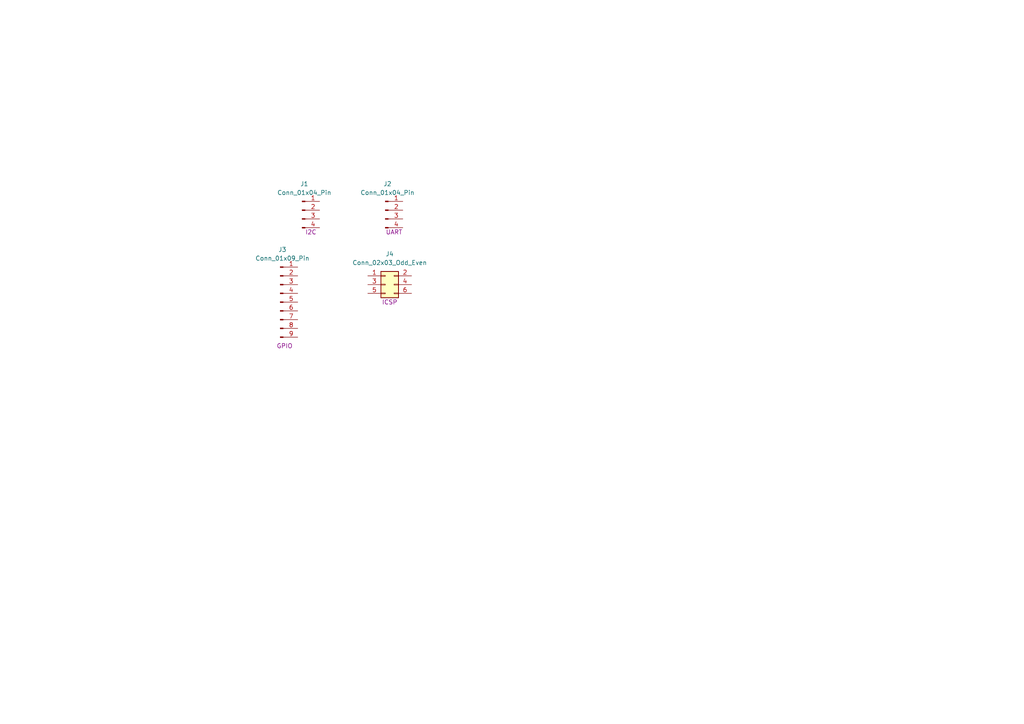
<source format=kicad_sch>
(kicad_sch (version 20230121) (generator eeschema)
  (paper "A4")
  (lib_symbols
    (symbol "Connector:Conn_01x04_Pin" (pin_names (offset 1.016) hide)
      (property "Reference" "J" (at 0 5.08 0))
      (property "Value" "Conn_01x04_Pin" (at 0 -7.62 0))
      (symbol "Conn_01x04_Pin_1_1"
        (polyline (pts (xy 1.27 -5.08) (xy 0.8636 -5.08)) (stroke (width 0.1524)))
        (polyline (pts (xy 1.27 -2.54) (xy 0.8636 -2.54)) (stroke (width 0.1524)))
        (polyline (pts (xy 1.27 0) (xy 0.8636 0)) (stroke (width 0.1524)))
        (polyline (pts (xy 1.27 2.54) (xy 0.8636 2.54)) (stroke (width 0.1524)))
        (rectangle (start 0.8636 -4.953) (end 0 -5.207) (stroke (width 0.1524)) (fill (type outline)))
        (rectangle (start 0.8636 -2.413) (end 0 -2.667) (stroke (width 0.1524)) (fill (type outline)))
        (rectangle (start 0.8636 0.127) (end 0 -0.127) (stroke (width 0.1524)) (fill (type outline)))
        (rectangle (start 0.8636 2.667) (end 0 2.413) (stroke (width 0.1524)) (fill (type outline)))
        (pin passive line (at 5.08 2.54 180) (length 3.81) (name "Pin_1") (number "1"))
        (pin passive line (at 5.08 0 180) (length 3.81) (name "Pin_2") (number "2"))
        (pin passive line (at 5.08 -2.54 180) (length 3.81) (name "Pin_3") (number "3"))
        (pin passive line (at 5.08 -5.08 180) (length 3.81) (name "Pin_4") (number "4"))
      )
    )
    (symbol "Connector:Conn_01x09_Pin" (pin_names (offset 1.016) hide)
      (property "Reference" "J" (at 0 12.7 0))
      (property "Value" "Conn_01x09_Pin" (at 0 -12.7 0))
      (symbol "Conn_01x09_Pin_1_1"
        (polyline (pts (xy 1.27 -10.16) (xy 0.8636 -10.16)) (stroke (width 0.1524)))
        (polyline (pts (xy 1.27 -7.62) (xy 0.8636 -7.62)) (stroke (width 0.1524)))
        (polyline (pts (xy 1.27 -5.08) (xy 0.8636 -5.08)) (stroke (width 0.1524)))
        (polyline (pts (xy 1.27 -2.54) (xy 0.8636 -2.54)) (stroke (width 0.1524)))
        (polyline (pts (xy 1.27 0) (xy 0.8636 0)) (stroke (width 0.1524)))
        (polyline (pts (xy 1.27 2.54) (xy 0.8636 2.54)) (stroke (width 0.1524)))
        (polyline (pts (xy 1.27 5.08) (xy 0.8636 5.08)) (stroke (width 0.1524)))
        (polyline (pts (xy 1.27 7.62) (xy 0.8636 7.62)) (stroke (width 0.1524)))
        (polyline (pts (xy 1.27 10.16) (xy 0.8636 10.16)) (stroke (width 0.1524)))
        (rectangle (start 0.8636 -10.033) (end 0 -10.287) (stroke (width 0.1524)) (fill (type outline)))
        (rectangle (start 0.8636 -7.493) (end 0 -7.747) (stroke (width 0.1524)) (fill (type outline)))
        (rectangle (start 0.8636 -4.953) (end 0 -5.207) (stroke (width 0.1524)) (fill (type outline)))
        (rectangle (start 0.8636 -2.413) (end 0 -2.667) (stroke (width 0.1524)) (fill (type outline)))
        (rectangle (start 0.8636 0.127) (end 0 -0.127) (stroke (width 0.1524)) (fill (type outline)))
        (rectangle (start 0.8636 2.667) (end 0 2.413) (stroke (width 0.1524)) (fill (type outline)))
        (rectangle (start 0.8636 5.207) (end 0 4.953) (stroke (width 0.1524)) (fill (type outline)))
        (rectangle (start 0.8636 7.747) (end 0 7.493) (stroke (width 0.1524)) (fill (type outline)))
        (rectangle (start 0.8636 10.287) (end 0 10.033) (stroke (width 0.1524)) (fill (type outline)))
        (pin passive line (at 5.08 10.16 180) (length 3.81) (name "Pin_1") (number "1"))
        (pin passive line (at 5.08 7.62 180) (length 3.81) (name "Pin_2") (number "2"))
        (pin passive line (at 5.08 5.08 180) (length 3.81) (name "Pin_3") (number "3"))
        (pin passive line (at 5.08 2.54 180) (length 3.81) (name "Pin_4") (number "4"))
        (pin passive line (at 5.08 0 180) (length 3.81) (name "Pin_5") (number "5"))
        (pin passive line (at 5.08 -2.54 180) (length 3.81) (name "Pin_6") (number "6"))
        (pin passive line (at 5.08 -5.08 180) (length 3.81) (name "Pin_7") (number "7"))
        (pin passive line (at 5.08 -7.62 180) (length 3.81) (name "Pin_8") (number "8"))
        (pin passive line (at 5.08 -10.16 180) (length 3.81) (name "Pin_9") (number "9"))
      )
    )
    (symbol "Connector_Generic:Conn_02x03_Odd_Even" (pin_names (offset 1.016) hide)
      (property "Reference" "J" (at 1.27 5.08 0))
      (property "Value" "Conn_02x03_Odd_Even" (at 1.27 -5.08 0))
      (symbol "Conn_02x03_Odd_Even_1_1"
        (rectangle (start -1.27 -2.413) (end 0 -2.667) (stroke (width 0.1524)))
        (rectangle (start -1.27 0.127) (end 0 -0.127) (stroke (width 0.1524)))
        (rectangle (start -1.27 2.667) (end 0 2.413) (stroke (width 0.1524)))
        (rectangle (start -1.27 3.81) (end 3.81 -3.81) (stroke (width 0.254)) (fill (type background)))
        (rectangle (start 3.81 -2.413) (end 2.54 -2.667) (stroke (width 0.1524)))
        (rectangle (start 3.81 0.127) (end 2.54 -0.127) (stroke (width 0.1524)))
        (rectangle (start 3.81 2.667) (end 2.54 2.413) (stroke (width 0.1524)))
        (pin passive line (at -5.08 2.54 0) (length 3.81) (name "Pin_1") (number "1"))
        (pin passive line (at 7.62 2.54 180) (length 3.81) (name "Pin_2") (number "2"))
        (pin passive line (at -5.08 0 0) (length 3.81) (name "Pin_3") (number "3"))
        (pin passive line (at 7.62 0 180) (length 3.81) (name "Pin_4") (number "4"))
        (pin passive line (at -5.08 -2.54 0) (length 3.81) (name "Pin_5") (number "5"))
        (pin passive line (at 7.62 -2.54 180) (length 3.81) (name "Pin_6") (number "6"))
      )
    )
  )
  (symbol (lib_id "Connector_Generic:Conn_02x03_Odd_Even") (at 111.76 82.55 0) (unit 1)
    (property "Reference" "J4" (at 113.03 73.66 0))
    (property "Value" "Conn_02x03_Odd_Even" (at 113.03 76.2 0))
    (property "Footprint" "Connector_PinHeader_2.54mm:PinHeader_2x03_P2.54mm_Vertical" (effects hide))
    (property "purpose" "ICSP" (at 113.03 87.63 0))
  )
  (symbol (lib_id "Connector:Conn_01x04_Pin") (at 87.63 60.96 0) (unit 1)
    (property "Reference" "J1" (at 88.265 53.34 0))
    (property "Value" "Conn_01x04_Pin" (at 88.265 55.88 0))
    (property "Footprint" "Connector_PinHeader_2.54mm:PinHeader_1x04_P2.54mm_Vertical" (effects hide))
    (property "purpose" "I2C" (at 90.17 67.31 0))
  )
  (symbol (lib_id "Connector:Conn_01x09_Pin") (at 81.28 87.63 0) (unit 1)
    (property "Reference" "J3" (at 81.915 72.39 0))
    (property "Value" "Conn_01x09_Pin" (at 81.915 74.93 0))
    (property "Footprint" "Connector_PinHeader_2.54mm:PinHeader_1x09_P2.54mm_Vertical" (effects hide))
    (property "purpose" "GPIO" (at 82.55 100.33 0))
  )
  (symbol (lib_id "Connector:Conn_01x04_Pin") (at 111.76 60.96 0) (unit 1)
    (property "Reference" "J2" (at 112.395 53.34 0))
    (property "Value" "Conn_01x04_Pin" (at 112.395 55.88 0))
    (property "Footprint" "Connector_PinHeader_2.54mm:PinHeader_1x04_P2.54mm_Vertical" (effects hide))
    (property "purpose" "UART" (at 114.3 67.31 0))
  )
)
</source>
